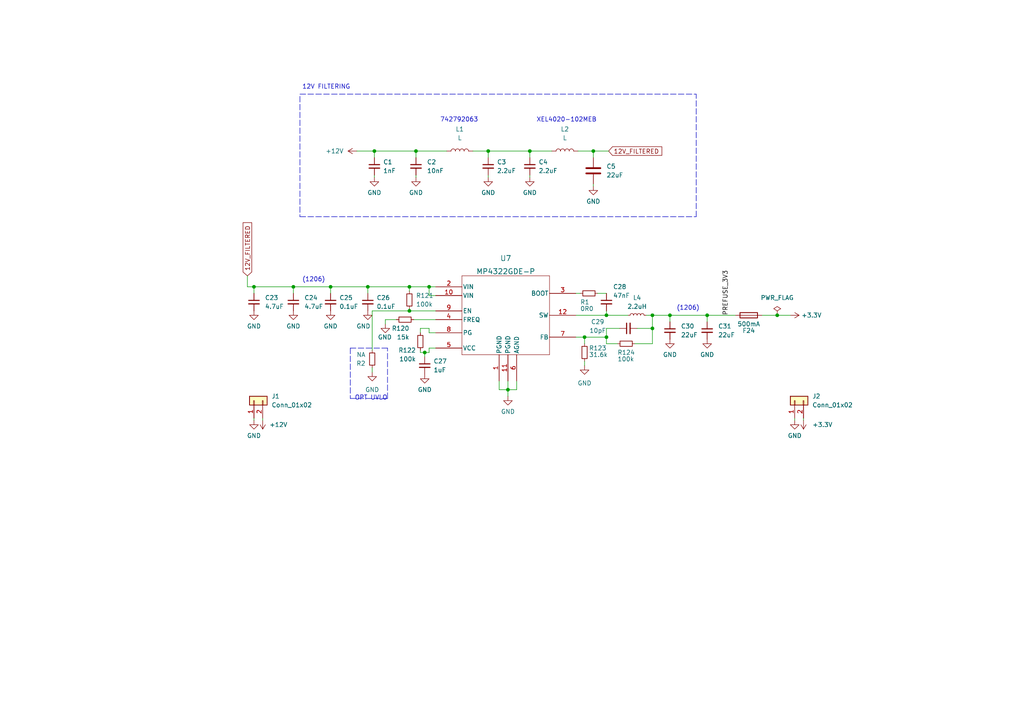
<source format=kicad_sch>
(kicad_sch (version 20211123) (generator eeschema)
  (paper "A4")
  (lib_symbols
    (symbol "Connector_Generic:Conn_01x02" (pin_names (offset 1.016) hide)
      (property "Reference" "J" (at 0 2.54 0))
      (property "Value" "Conn_01x02" (at 0 -5.08 0))
      (symbol "Conn_01x02_1_1"
        (rectangle (start -1.27 -2.413) (end 0 -2.667) (stroke (width 0.1524)))
        (rectangle (start -1.27 0.127) (end 0 -0.127) (stroke (width 0.1524)))
        (rectangle (start -1.27 1.27) (end 1.27 -3.81) (stroke (width 0.254)) (fill (type background)))
        (pin passive line (at -5.08 0 0) (length 3.81) (name "Pin_1") (number "1"))
        (pin passive line (at -5.08 -2.54 0) (length 3.81) (name "Pin_2") (number "2"))
      )
    )
    (symbol "Device:C" (pin_numbers hide) (pin_names (offset 0.254))
      (property "Reference" "C" (at 0.635 2.54 0))
      (property "Value" "C" (at 0.635 -2.54 0))
      (symbol "C_0_1"
        (polyline (pts (xy -2.032 -0.762) (xy 2.032 -0.762)) (stroke (width 0.508)))
        (polyline (pts (xy -2.032 0.762) (xy 2.032 0.762)) (stroke (width 0.508)))
      )
      (symbol "C_1_1"
        (pin passive line (at 0 3.81 270) (length 2.794) (name "~") (number "1"))
        (pin passive line (at 0 -3.81 90) (length 2.794) (name "~") (number "2"))
      )
    )
    (symbol "Device:C_Small" (pin_numbers hide) (pin_names (offset 0.254) hide)
      (property "Reference" "C" (at 0.254 1.778 0))
      (property "Value" "C_Small" (at 0.254 -2.032 0))
      (symbol "C_Small_0_1"
        (polyline (pts (xy -1.524 -0.508) (xy 1.524 -0.508)) (stroke (width 0.3302)))
        (polyline (pts (xy -1.524 0.508) (xy 1.524 0.508)) (stroke (width 0.3048)))
      )
      (symbol "C_Small_1_1"
        (pin passive line (at 0 2.54 270) (length 2.032) (name "~") (number "1"))
        (pin passive line (at 0 -2.54 90) (length 2.032) (name "~") (number "2"))
      )
    )
    (symbol "Device:Fuse" (pin_numbers hide) (pin_names (offset 0))
      (property "Reference" "F" (at 2.032 0 90))
      (property "Value" "Fuse" (at -1.905 0 90))
      (symbol "Fuse_0_1"
        (rectangle (start -0.762 -2.54) (end 0.762 2.54) (stroke (width 0.254)))
        (polyline (pts (xy 0 2.54) (xy 0 -2.54)))
      )
      (symbol "Fuse_1_1"
        (pin passive line (at 0 3.81 270) (length 1.27) (name "~") (number "1"))
        (pin passive line (at 0 -3.81 90) (length 1.27) (name "~") (number "2"))
      )
    )
    (symbol "Device:L" (pin_numbers hide) (pin_names (offset 1.016) hide)
      (property "Reference" "L" (at -1.27 0 90))
      (property "Value" "L" (at 1.905 0 90))
      (symbol "L_0_1"
        (arc (start 0 -2.54) (mid 0.635 -1.905) (end 0 -1.27))
        (arc (start 0 -1.27) (mid 0.635 -0.635) (end 0 0))
        (arc (start 0 0) (mid 0.635 0.635) (end 0 1.27))
        (arc (start 0 1.27) (mid 0.635 1.905) (end 0 2.54))
      )
      (symbol "L_1_1"
        (pin passive line (at 0 3.81 270) (length 1.27) (name "1") (number "1"))
        (pin passive line (at 0 -3.81 90) (length 1.27) (name "2") (number "2"))
      )
    )
    (symbol "Device:L_Small" (pin_numbers hide) (pin_names (offset 0.254) hide)
      (property "Reference" "L" (at 0.762 1.016 0))
      (property "Value" "L_Small" (at 0.762 -1.016 0))
      (symbol "L_Small_0_1"
        (arc (start 0 -2.032) (mid 0.508 -1.524) (end 0 -1.016))
        (arc (start 0 -1.016) (mid 0.508 -0.508) (end 0 0))
        (arc (start 0 0) (mid 0.508 0.508) (end 0 1.016))
        (arc (start 0 1.016) (mid 0.508 1.524) (end 0 2.032))
      )
      (symbol "L_Small_1_1"
        (pin passive line (at 0 2.54 270) (length 0.508) (name "~") (number "1"))
        (pin passive line (at 0 -2.54 90) (length 0.508) (name "~") (number "2"))
      )
    )
    (symbol "Device:R_Small" (pin_numbers hide) (pin_names (offset 0.254) hide)
      (property "Reference" "R" (at 0.762 0.508 0))
      (property "Value" "R_Small" (at 0.762 -1.016 0))
      (symbol "R_Small_0_1"
        (rectangle (start -0.762 1.778) (end 0.762 -1.778) (stroke (width 0.2032)))
      )
      (symbol "R_Small_1_1"
        (pin passive line (at 0 2.54 270) (length 0.762) (name "~") (number "1"))
        (pin passive line (at 0 -2.54 90) (length 0.762) (name "~") (number "2"))
      )
    )
    (symbol "pdms_additional:MP4322GDE-P" (pin_names (offset 0.254))
      (property "Reference" "U" (at 20.32 10.16 0))
      (property "Value" "MP4322GDE-P" (at 20.32 7.62 0))
      (symbol "MP4322GDE-P_0_1"
        (polyline (pts (xy 7.62 -17.78) (xy 33.02 -17.78)) (stroke (width 0.127)))
        (polyline (pts (xy 7.62 5.08) (xy 7.62 -17.78)) (stroke (width 0.127)))
        (polyline (pts (xy 33.02 -17.78) (xy 33.02 5.08)) (stroke (width 0.127)))
        (polyline (pts (xy 33.02 5.08) (xy 7.62 5.08)) (stroke (width 0.127)))
        (pin power_in line (at 18.415 -25.4 90) (length 7.62) (name "PGND") (number "1"))
        (pin power_in line (at 0 -0.635 0) (length 7.62) (name "VIN") (number "10"))
        (pin power_in line (at 20.955 -25.4 90) (length 7.62) (name "PGND") (number "11"))
        (pin output line (at 40.64 -6.35 180) (length 7.62) (name "SW") (number "12"))
        (pin power_in line (at 0 1.905 0) (length 7.62) (name "VIN") (number "2"))
        (pin power_in line (at 40.64 0 180) (length 7.62) (name "BOOT") (number "3"))
        (pin unspecified line (at 0 -7.62 0) (length 7.62) (name "FREQ") (number "4"))
        (pin power_in line (at 0 -15.875 0) (length 7.62) (name "VCC") (number "5"))
        (pin power_in line (at 23.495 -25.4 90) (length 7.62) (name "AGND") (number "6"))
        (pin input line (at 40.64 -12.7 180) (length 7.62) (name "FB") (number "7"))
        (pin output line (at 0 -11.43 0) (length 7.62) (name "PG") (number "8"))
        (pin unspecified line (at 0 -5.08 0) (length 7.62) (name "EN") (number "9"))
      )
    )
    (symbol "power:+12V" (power) (pin_names (offset 0))
      (property "Value" "+12V" (at 0 3.556 0))
      (symbol "+12V_0_1"
        (polyline (pts (xy -0.762 1.27) (xy 0 2.54)))
        (polyline (pts (xy 0 0) (xy 0 2.54)))
        (polyline (pts (xy 0 2.54) (xy 0.762 1.27)))
      )
      (symbol "+12V_1_1"
        (pin power_in line (at 0 0 90) (length 0) hide (name "+12V") (number "1"))
      )
    )
    (symbol "power:+3.3V" (power) (pin_names (offset 0))
      (property "Value" "+3.3V" (at 0 3.556 0))
      (symbol "+3.3V_0_1"
        (polyline (pts (xy -0.762 1.27) (xy 0 2.54)))
        (polyline (pts (xy 0 0) (xy 0 2.54)))
        (polyline (pts (xy 0 2.54) (xy 0.762 1.27)))
      )
      (symbol "+3.3V_1_1"
        (pin power_in line (at 0 0 90) (length 0) hide (name "+3.3V") (number "1"))
      )
    )
    (symbol "power:GND" (power) (pin_names (offset 0))
      (property "Value" "GND" (at 0 -3.81 0))
      (symbol "GND_0_1"
        (polyline (pts (xy 0 0) (xy 0 -1.27) (xy 1.27 -1.27) (xy 0 -2.54) (xy -1.27 -1.27) (xy 0 -1.27)))
      )
      (symbol "GND_1_1"
        (pin power_in line (at 0 0 270) (length 0) hide (name "GND") (number "1"))
      )
    )
    (symbol "power:PWR_FLAG" (power) (pin_numbers hide) (pin_names (offset 0) hide)
      (property "Value" "PWR_FLAG" (at 0 3.81 0))
      (symbol "PWR_FLAG_0_0"
        (pin power_out line (at 0 0 90) (length 0) (name "pwr") (number "1"))
      )
      (symbol "PWR_FLAG_0_1"
        (polyline (pts (xy 0 0) (xy 0 1.27) (xy -1.016 1.905) (xy 0 2.54) (xy 1.016 1.905) (xy 0 1.27)))
      )
    )
  )
  (junction (at 175.895 91.44))
  (junction (at 106.68 83.185))
  (junction (at 153.67 43.815))
  (junction (at 108.585 43.815))
  (junction (at 205.105 91.44))
  (junction (at 124.46 83.185))
  (junction (at 194.31 91.44))
  (junction (at 120.65 43.815))
  (junction (at 118.745 90.17))
  (junction (at 189.23 91.44))
  (junction (at 141.605 43.815))
  (junction (at 189.23 95.25))
  (junction (at 147.32 113.03))
  (junction (at 95.885 83.185))
  (junction (at 175.895 97.79))
  (junction (at 118.745 83.185))
  (junction (at 85.09 83.185))
  (junction (at 123.19 102.235))
  (junction (at 225.425 91.44))
  (junction (at 172.085 43.815))
  (junction (at 73.66 83.185))
  (junction (at 169.545 97.79))
  (polyline (pts (xy 112.395 100.965) (xy 101.6 100.965)))
  (wire (pts (xy 167.005 97.79) (xy 169.545 97.79)))
  (wire (pts (xy 220.98 91.44) (xy 225.425 91.44)))
  (wire (pts (xy 153.67 43.815) (xy 141.605 43.815)))
  (wire (pts (xy 108.585 51.435) (xy 108.585 50.8)))
  (wire (pts (xy 124.46 95.25) (xy 124.46 96.52)))
  (wire (pts (xy 124.46 100.965) (xy 124.46 102.235)))
  (wire (pts (xy 120.015 92.71) (xy 126.365 92.71)))
  (wire (pts (xy 169.545 106.045) (xy 169.545 104.775)))
  (wire (pts (xy 205.105 91.44) (xy 213.36 91.44)))
  (polyline (pts (xy 101.6 100.965) (xy 101.6 115.57)))
  (wire (pts (xy 95.885 83.185) (xy 95.885 85.09)))
  (wire (pts (xy 126.365 90.17) (xy 118.745 90.17)))
  (wire (pts (xy 179.07 99.695) (xy 175.895 99.695)))
  (polyline (pts (xy 86.995 27.94) (xy 86.995 62.865)))
  (wire (pts (xy 120.65 43.815) (xy 129.54 43.815)))
  (wire (pts (xy 111.76 92.71) (xy 114.935 92.71)))
  (wire (pts (xy 85.09 83.185) (xy 73.66 83.185)))
  (wire (pts (xy 118.745 83.185) (xy 124.46 83.185)))
  (wire (pts (xy 103.505 43.815) (xy 108.585 43.815)))
  (wire (pts (xy 137.16 43.815) (xy 141.605 43.815)))
  (wire (pts (xy 124.46 100.965) (xy 126.365 100.965)))
  (wire (pts (xy 124.46 83.185) (xy 126.365 83.185)))
  (wire (pts (xy 169.545 97.79) (xy 169.545 99.695)))
  (wire (pts (xy 106.68 83.185) (xy 95.885 83.185)))
  (wire (pts (xy 121.92 102.235) (xy 123.19 102.235)))
  (wire (pts (xy 123.19 102.235) (xy 124.46 102.235)))
  (polyline (pts (xy 112.395 115.57) (xy 112.395 100.965)))
  (wire (pts (xy 108.585 43.815) (xy 120.65 43.815)))
  (polyline (pts (xy 112.395 115.57) (xy 101.6 115.57)))
  (wire (pts (xy 205.105 91.44) (xy 205.105 93.345)))
  (wire (pts (xy 126.365 85.725) (xy 124.46 85.725)))
  (wire (pts (xy 147.32 113.03) (xy 149.86 113.03)))
  (wire (pts (xy 175.895 95.25) (xy 179.705 95.25)))
  (wire (pts (xy 120.65 51.435) (xy 120.65 50.8)))
  (wire (pts (xy 184.785 95.25) (xy 189.23 95.25)))
  (wire (pts (xy 144.78 110.49) (xy 144.78 113.03)))
  (wire (pts (xy 189.23 91.44) (xy 194.31 91.44)))
  (wire (pts (xy 184.15 99.695) (xy 189.23 99.695)))
  (wire (pts (xy 173.355 85.09) (xy 175.895 85.09)))
  (wire (pts (xy 108.585 45.72) (xy 108.585 43.815)))
  (wire (pts (xy 123.19 102.235) (xy 123.19 103.505)))
  (wire (pts (xy 124.46 96.52) (xy 126.365 96.52)))
  (polyline (pts (xy 86.995 62.865) (xy 201.93 62.865)))
  (wire (pts (xy 194.31 91.44) (xy 194.31 93.345)))
  (wire (pts (xy 189.23 95.25) (xy 189.23 91.44)))
  (wire (pts (xy 167.64 43.815) (xy 172.085 43.815)))
  (wire (pts (xy 85.09 83.185) (xy 85.09 85.09)))
  (wire (pts (xy 124.46 85.725) (xy 124.46 83.185)))
  (wire (pts (xy 121.92 95.25) (xy 124.46 95.25)))
  (wire (pts (xy 189.23 91.44) (xy 187.325 91.44)))
  (wire (pts (xy 118.745 83.185) (xy 106.68 83.185)))
  (wire (pts (xy 95.885 83.185) (xy 85.09 83.185)))
  (wire (pts (xy 141.605 43.815) (xy 141.605 45.72)))
  (wire (pts (xy 141.605 50.8) (xy 141.605 51.435)))
  (wire (pts (xy 172.085 43.815) (xy 172.085 45.72)))
  (wire (pts (xy 76.2 121.285) (xy 76.2 121.92)))
  (polyline (pts (xy 86.995 27.305) (xy 201.93 27.305)))
  (wire (pts (xy 107.95 90.17) (xy 118.745 90.17)))
  (wire (pts (xy 118.745 90.17) (xy 118.745 89.535)))
  (wire (pts (xy 225.425 91.44) (xy 229.235 91.44)))
  (wire (pts (xy 71.755 80.01) (xy 71.755 83.185)))
  (wire (pts (xy 153.67 45.72) (xy 153.67 43.815)))
  (wire (pts (xy 107.95 101.6) (xy 107.95 90.17)))
  (wire (pts (xy 172.085 53.34) (xy 172.085 53.975)))
  (wire (pts (xy 175.895 97.79) (xy 175.895 95.25)))
  (wire (pts (xy 153.67 43.815) (xy 160.02 43.815)))
  (wire (pts (xy 71.755 83.185) (xy 73.66 83.185)))
  (wire (pts (xy 167.005 85.09) (xy 168.275 85.09)))
  (wire (pts (xy 118.745 84.455) (xy 118.745 83.185)))
  (wire (pts (xy 149.86 113.03) (xy 149.86 110.49)))
  (wire (pts (xy 144.78 113.03) (xy 147.32 113.03)))
  (wire (pts (xy 175.895 90.17) (xy 175.895 91.44)))
  (wire (pts (xy 172.085 43.815) (xy 176.53 43.815)))
  (wire (pts (xy 169.545 97.79) (xy 175.895 97.79)))
  (wire (pts (xy 147.32 113.03) (xy 147.32 114.935)))
  (wire (pts (xy 121.92 101.6) (xy 121.92 102.235)))
  (wire (pts (xy 121.92 96.52) (xy 121.92 95.25)))
  (wire (pts (xy 233.045 121.285) (xy 233.045 121.92)))
  (wire (pts (xy 73.66 83.185) (xy 73.66 85.09)))
  (wire (pts (xy 106.68 83.185) (xy 106.68 85.09)))
  (wire (pts (xy 147.32 110.49) (xy 147.32 113.03)))
  (wire (pts (xy 73.66 121.92) (xy 73.66 121.285)))
  (wire (pts (xy 230.505 121.285) (xy 230.505 121.92)))
  (polyline (pts (xy 201.93 62.865) (xy 201.93 27.305)))
  (wire (pts (xy 111.76 93.98) (xy 111.76 92.71)))
  (wire (pts (xy 153.67 50.8) (xy 153.67 51.435)))
  (wire (pts (xy 175.895 91.44) (xy 182.245 91.44)))
  (wire (pts (xy 167.005 91.44) (xy 175.895 91.44)))
  (wire (pts (xy 175.895 99.695) (xy 175.895 97.79)))
  (wire (pts (xy 189.23 99.695) (xy 189.23 95.25)))
  (wire (pts (xy 205.105 91.44) (xy 194.31 91.44)))
  (wire (pts (xy 107.95 107.95) (xy 107.95 106.68)))
  (wire (pts (xy 120.65 45.72) (xy 120.65 43.815)))
  (text "(1206) " (at 196.215 90.17 0) (effects (font (size 1.27 1.27)) (justify left bottom)))
  (text "12V FILTERING" (at 87.63 26.035 0) (effects (font (size 1.27 1.27)) (justify left bottom)))
  (text "XEL4020-102MEB" (at 155.575 35.56 0) (effects (font (size 1.27 1.27)) (justify left bottom)))
  (text "742792063" (at 127.635 35.56 0) (effects (font (size 1.27 1.27)) (justify left bottom)))
  (text "(1206)" (at 87.63 81.915 0) (effects (font (size 1.27 1.27)) (justify left bottom)))
  (text "OPT UVLO" (at 112.395 116.205 180) (effects (font (size 1.27 1.27)) (justify right bottom)))
  (label "PREFUSE_3V3" (at 211.455 91.44 90))
  (global_label "12V_FILTERED" (shape input) (at 71.755 80.01 90) (property "Intersheet References" "${INTERSHEET_REFS}" (effects hide)))
  (global_label "12V_FILTERED" (shape input) (at 176.53 43.815 0) (property "Intersheet References" "${INTERSHEET_REFS}" (effects hide)))
  (symbol (lib_id "Device:R_Small") (at 169.545 102.235 0) (unit 1)
    (property "Reference" "R123" (at 170.815 100.965 0) (effects (justify left)))
    (property "Value" "31.6k" (at 170.815 102.87 0) (effects (justify left)))
    (property "Footprint" "Resistor_SMD:R_0402_1005Metric" (effects hide))
  )
  (symbol (lib_id "power:GND") (at 111.76 93.98 0) (unit 1)
    (property "Reference" "#PWR0192" (effects hide))
    (property "Value" "GND" (at 113.665 97.79 0) (effects (justify right)))
  )
  (symbol (lib_id "Device:C_Small") (at 108.585 48.26 0) (unit 1)
    (property "Reference" "C1" (at 111.125 46.9962 0) (effects (justify left)))
    (property "Value" "1nF" (at 111.125 49.5362 0) (effects (justify left)))
    (property "Footprint" "Resistor_SMD:R_0402_1005Metric" (effects hide))
  )
  (symbol (lib_id "power:GND") (at 95.885 90.17 0) (unit 1)
    (property "Reference" "#PWR0251" (effects hide))
    (property "Value" "GND" (at 95.885 94.615 0))
  )
  (symbol (lib_id "Device:C_Small") (at 153.67 48.26 0) (unit 1)
    (property "Reference" "C4" (at 156.21 46.9962 0) (effects (justify left)))
    (property "Value" "2.2uF" (at 156.21 49.5362 0) (effects (justify left)))
    (property "Footprint" "Capacitor_SMD:C_0805_2012Metric" (effects hide))
  )
  (symbol (lib_id "power:GND") (at 108.585 51.435 0) (unit 1)
    (property "Reference" "#PWR0103" (effects hide))
    (property "Value" "GND" (at 108.585 55.88 0))
  )
  (symbol (lib_id "Device:R_Small") (at 117.475 92.71 90) (unit 1)
    (property "Reference" "R120" (at 118.745 95.25 90) (effects (justify left)))
    (property "Value" "15k" (at 118.745 97.79 90) (effects (justify left)))
    (property "Footprint" "Resistor_SMD:R_0402_1005Metric" (effects hide))
  )
  (symbol (lib_id "power:+12V") (at 103.505 43.815 90) (unit 1)
    (property "Reference" "#PWR0104" (effects hide))
    (property "Value" "+12V" (at 99.695 43.8149 90) (effects (justify left)))
  )
  (symbol (lib_id "Device:L") (at 133.35 43.815 90) (unit 1)
    (property "Reference" "L1" (at 133.35 37.465 90))
    (property "Value" "L" (at 133.35 40.005 90))
    (property "Footprint" "Inductor_SMD:L_0805_2012Metric" (effects hide))
  )
  (symbol (lib_id "Device:C_Small") (at 85.09 87.63 0) (unit 1)
    (property "Reference" "C24" (at 88.265 86.3662 0) (effects (justify left)))
    (property "Value" "4.7uF" (at 88.265 88.9062 0) (effects (justify left)))
    (property "Footprint" "Capacitor_SMD:C_1206_3216Metric" (effects hide))
  )
  (symbol (lib_id "Device:Fuse") (at 217.17 91.44 270) (unit 1)
    (property "Reference" "F24" (at 217.17 95.885 90))
    (property "Value" "500mA" (at 217.17 93.98 90))
    (property "Footprint" "Fuse:Fuse_0805_2012Metric" (effects hide))
  )
  (symbol (lib_id "power:GND") (at 141.605 51.435 0) (unit 1)
    (property "Reference" "#PWR0105" (effects hide))
    (property "Value" "GND" (at 141.605 55.88 0))
  )
  (symbol (lib_id "power:PWR_FLAG") (at 225.425 91.44 0) (unit 1)
    (property "Reference" "#FLG0110" (effects hide))
    (property "Value" "PWR_FLAG" (at 225.425 86.36 0))
  )
  (symbol (lib_id "Connector_Generic:Conn_01x02") (at 230.505 116.205 90) (unit 1)
    (property "Reference" "J2" (at 235.585 114.9349 90) (effects (justify right)))
    (property "Value" "Conn_01x02" (at 235.585 117.4749 90) (effects (justify right)))
    (property "Footprint" "Connector_JST:JST_EH_B2B-EH-A_1x02_P2.50mm_Vertical" (effects hide))
  )
  (symbol (lib_id "power:GND") (at 172.085 53.975 0) (unit 1)
    (property "Reference" "#PWR0101" (effects hide))
    (property "Value" "GND" (at 172.085 58.42 0))
  )
  (symbol (lib_id "power:GND") (at 153.67 51.435 0) (unit 1)
    (property "Reference" "#PWR0106" (effects hide))
    (property "Value" "GND" (at 153.67 55.88 0))
  )
  (symbol (lib_id "Device:L") (at 163.83 43.815 270) (mirror x) (unit 1)
    (property "Reference" "L2" (at 163.83 37.465 90))
    (property "Value" "L" (at 163.83 40.005 90))
    (property "Footprint" "Inductor_SMD:L_Coilcraft_XxL4020" (effects hide))
  )
  (symbol (lib_id "power:GND") (at 123.19 108.585 0) (unit 1)
    (property "Reference" "#PWR0319" (effects hide))
    (property "Value" "GND" (at 123.19 113.03 0))
  )
  (symbol (lib_id "Device:C_Small") (at 120.65 48.26 0) (unit 1)
    (property "Reference" "C2" (at 123.825 46.9962 0) (effects (justify left)))
    (property "Value" "10nF" (at 123.825 49.5362 0) (effects (justify left)))
    (property "Footprint" "Resistor_SMD:R_0402_1005Metric" (effects hide))
  )
  (symbol (lib_id "power:+12V") (at 76.2 121.92 180) (unit 1)
    (property "Reference" "#PWR0110" (effects hide))
    (property "Value" "+12V" (at 78.105 123.1899 0) (effects (justify right)))
  )
  (symbol (lib_id "Device:R_Small") (at 121.92 99.06 180) (unit 1)
    (property "Reference" "R122" (at 120.65 101.6 0) (effects (justify left)))
    (property "Value" "100k" (at 120.65 104.14 0) (effects (justify left)))
    (property "Footprint" "Resistor_SMD:R_0402_1005Metric" (effects hide))
  )
  (symbol (lib_id "Device:R_Small") (at 118.745 86.995 0) (unit 1)
    (property "Reference" "R121" (at 120.65 85.725 0) (effects (justify left)))
    (property "Value" "100k" (at 120.65 88.265 0) (effects (justify left)))
    (property "Footprint" "Resistor_SMD:R_0402_1005Metric" (effects hide))
  )
  (symbol (lib_id "power:+3.3V") (at 233.045 121.92 180) (unit 1)
    (property "Reference" "#PWR0108" (effects hide))
    (property "Value" "+3.3V" (at 235.585 123.1899 0) (effects (justify right)))
  )
  (symbol (lib_id "Device:C_Small") (at 95.885 87.63 0) (unit 1)
    (property "Reference" "C25" (at 98.425 86.3662 0) (effects (justify left)))
    (property "Value" "0.1uF" (at 98.425 88.9062 0) (effects (justify left)))
    (property "Footprint" "Capacitor_SMD:C_0805_2012Metric" (effects hide))
  )
  (symbol (lib_id "Device:C_Small") (at 205.105 95.885 0) (unit 1)
    (property "Reference" "C31" (at 208.28 94.6212 0) (effects (justify left)))
    (property "Value" "22uF" (at 208.28 97.1612 0) (effects (justify left)))
    (property "Footprint" "Capacitor_SMD:C_1206_3216Metric" (effects hide))
  )
  (symbol (lib_id "power:GND") (at 194.31 98.425 0) (unit 1)
    (property "Reference" "#PWR0326" (effects hide))
    (property "Value" "GND" (at 194.31 102.87 0))
  )
  (symbol (lib_id "Connector_Generic:Conn_01x02") (at 73.66 116.205 90) (unit 1)
    (property "Reference" "J1" (at 78.74 114.9349 90) (effects (justify right)))
    (property "Value" "Conn_01x02" (at 78.74 117.4749 90) (effects (justify right)))
    (property "Footprint" "Connector_JST:JST_EH_B2B-EH-A_1x02_P2.50mm_Vertical" (effects hide))
  )
  (symbol (lib_id "pdms_additional:MP4322GDE-P") (at 126.365 85.09 0) (unit 1)
    (property "Reference" "U7" (at 146.685 74.93 0) (effects (font (size 1.524 1.524))))
    (property "Value" "MP4322GDE-P" (at 146.685 78.74 0) (effects (font (size 1.524 1.524))))
    (property "Footprint" "PDMS_Additional:QFN-12_MP4322_MNP" (effects hide))
    (property "Datasheet" "MP4322GDE-P" (effects hide))
  )
  (symbol (lib_id "power:GND") (at 73.66 121.92 0) (unit 1)
    (property "Reference" "#PWR0109" (effects hide))
    (property "Value" "GND" (at 73.66 126.365 0))
  )
  (symbol (lib_id "Device:R_Small") (at 170.815 85.09 270) (unit 1)
    (property "Reference" "R1" (at 168.275 87.63 90) (effects (justify left)))
    (property "Value" "0R0" (at 168.275 89.535 90) (effects (justify left)))
    (property "Footprint" "Resistor_SMD:R_0402_1005Metric" (effects hide))
  )
  (symbol (lib_id "power:GND") (at 106.68 90.17 0) (unit 1)
    (property "Reference" "#PWR0240" (effects hide))
    (property "Value" "GND" (at 105.41 94.615 0))
  )
  (symbol (lib_id "power:GND") (at 107.95 107.95 0) (unit 1)
    (property "Reference" "#PWR0111" (effects hide))
    (property "Value" "GND" (at 107.95 113.03 0))
  )
  (symbol (lib_id "Device:C_Small") (at 141.605 48.26 0) (unit 1)
    (property "Reference" "C3" (at 144.145 46.9962 0) (effects (justify left)))
    (property "Value" "2.2uF" (at 144.145 49.5362 0) (effects (justify left)))
    (property "Footprint" "Capacitor_SMD:C_0805_2012Metric" (effects hide))
  )
  (symbol (lib_id "Device:R_Small") (at 107.95 104.14 180) (unit 1)
    (property "Reference" "R2" (at 106.045 105.41 0) (effects (justify left)))
    (property "Value" "NA" (at 106.045 102.87 0) (effects (justify left)))
    (property "Footprint" "Resistor_SMD:R_0402_1005Metric" (effects hide))
  )
  (symbol (lib_id "power:GND") (at 147.32 114.935 0) (unit 1)
    (property "Reference" "#PWR0325" (effects hide))
    (property "Value" "GND" (at 147.32 119.38 0))
  )
  (symbol (lib_id "Device:C_Small") (at 123.19 106.045 0) (unit 1)
    (property "Reference" "C27" (at 125.73 104.775 0) (effects (justify left)))
    (property "Value" "1uF" (at 125.73 107.315 0) (effects (justify left)))
    (property "Footprint" "Resistor_SMD:R_0402_1005Metric" (effects hide))
  )
  (symbol (lib_id "Device:L_Small") (at 184.785 91.44 90) (unit 1)
    (property "Reference" "L4" (at 184.785 86.36 90))
    (property "Value" "2.2uH" (at 184.785 88.9 90))
    (property "Footprint" "Inductor_SMD:L_Vishay_IHLP-1616" (effects hide))
  )
  (symbol (lib_id "Device:C_Small") (at 73.66 87.63 0) (unit 1)
    (property "Reference" "C23" (at 76.835 86.3662 0) (effects (justify left)))
    (property "Value" "4.7uF" (at 76.835 88.9062 0) (effects (justify left)))
    (property "Footprint" "Capacitor_SMD:C_1206_3216Metric" (effects hide))
  )
  (symbol (lib_id "power:GND") (at 120.65 51.435 0) (unit 1)
    (property "Reference" "#PWR0102" (effects hide))
    (property "Value" "GND" (at 120.65 55.88 0))
  )
  (symbol (lib_id "power:GND") (at 73.66 90.17 0) (unit 1)
    (property "Reference" "#PWR0199" (effects hide))
    (property "Value" "GND" (at 73.66 94.615 0))
  )
  (symbol (lib_id "Device:C_Small") (at 106.68 87.63 0) (unit 1)
    (property "Reference" "C26" (at 109.22 86.3662 0) (effects (justify left)))
    (property "Value" "0.1uF" (at 109.22 88.9062 0) (effects (justify left)))
    (property "Footprint" "Capacitor_SMD:C_0805_2012Metric" (effects hide))
  )
  (symbol (lib_id "Device:R_Small") (at 181.61 99.695 270) (unit 1)
    (property "Reference" "R124" (at 179.07 102.235 90) (effects (justify left)))
    (property "Value" "100k" (at 179.07 104.14 90) (effects (justify left)))
    (property "Footprint" "Resistor_SMD:R_0402_1005Metric" (effects hide))
  )
  (symbol (lib_id "power:GND") (at 230.505 121.92 0) (unit 1)
    (property "Reference" "#PWR0107" (effects hide))
    (property "Value" "GND" (at 230.505 126.365 0))
  )
  (symbol (lib_id "power:+3.3V") (at 229.235 91.44 270) (unit 1)
    (property "Reference" "#PWR0329" (effects hide))
    (property "Value" "+3.3V" (at 232.41 91.4399 90) (effects (justify left)))
  )
  (symbol (lib_id "power:GND") (at 169.545 106.045 0) (unit 1)
    (property "Reference" "#PWR0327" (effects hide))
    (property "Value" "GND" (at 169.545 111.125 0))
  )
  (symbol (lib_id "power:GND") (at 205.105 98.425 0) (unit 1)
    (property "Reference" "#PWR0328" (effects hide))
    (property "Value" "GND" (at 205.105 102.87 0))
  )
  (symbol (lib_id "Device:C_Small") (at 194.31 95.885 0) (unit 1)
    (property "Reference" "C30" (at 197.485 94.6212 0) (effects (justify left)))
    (property "Value" "22uF" (at 197.485 97.1612 0) (effects (justify left)))
    (property "Footprint" "Capacitor_SMD:C_1206_3216Metric" (effects hide))
  )
  (symbol (lib_id "Device:C_Small") (at 175.895 87.63 0) (unit 1)
    (property "Reference" "C28" (at 177.8 83.185 0) (effects (justify left)))
    (property "Value" "47nF" (at 177.8 85.725 0) (effects (justify left)))
    (property "Footprint" "Resistor_SMD:R_0402_1005Metric" (effects hide))
  )
  (symbol (lib_id "Device:C") (at 172.085 49.53 0) (unit 1)
    (property "Reference" "C5" (at 175.895 48.2599 0) (effects (justify left)))
    (property "Value" "22uF" (at 175.895 50.7999 0) (effects (justify left)))
    (property "Footprint" "Capacitor_SMD:CP_Elec_6.3x9.9" (effects hide))
  )
  (symbol (lib_id "power:GND") (at 85.09 90.17 0) (unit 1)
    (property "Reference" "#PWR0312" (effects hide))
    (property "Value" "GND" (at 85.09 94.615 0))
  )
  (symbol (lib_id "Device:C_Small") (at 182.245 95.25 90) (unit 1)
    (property "Reference" "C29" (at 173.355 93.345 90))
    (property "Value" "10pF" (at 173.355 95.885 90))
    (property "Footprint" "Resistor_SMD:R_0402_1005Metric" (effects hide))
  )
)
</source>
